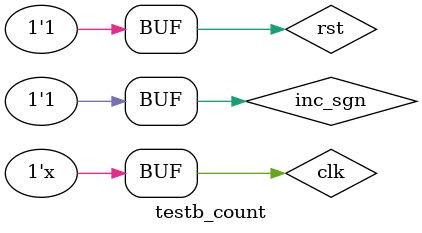
<source format=v>
module cnt_inc(rst,clk,inc_sgn,out);
    parameter start_val = 4'b0;
    input rst, clk, inc_sgn;
    output [3:0] out;
    reg [3:0] out;
    always @(posedge clk or negedge rst) begin
        if(! rst) begin
            out = start_val;
        end
        else if(inc_sgn) begin
            out = out +1;
        end
    end      
endmodule

module testb_count;
    reg rst, clk, inc_sgn;
    wire [3:0] out;
    cnt_inc dut(rst,clk,inc_sgn,out);
    initial begin
        clk = 0;
        rst = 1;
        inc_sgn = 1;
        #1
        rst = 0;
        #4
        rst = 1;
        inc_sgn = 0;
        #10
        inc_sgn = 1;
        /*rst = 0;
        #8
        rst = 1;
        #8
        inc_sgn = 1;
        #8
        rst = 0;
        #4
        rst = 1;
        #20
        inc_sgn = 0;*/
    end

    always #1 clk = ~clk;
endmodule
</source>
